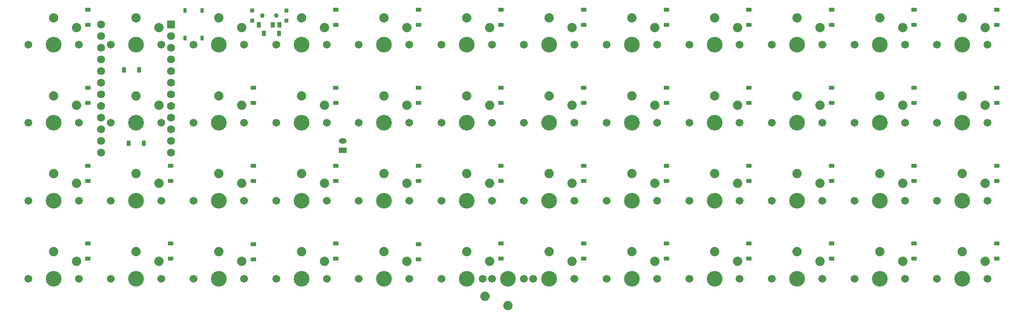
<source format=gbr>
%TF.GenerationSoftware,KiCad,Pcbnew,9.0.3-1.fc42*%
%TF.CreationDate,2025-08-13T23:51:54-04:00*%
%TF.ProjectId,48ish_soldered,34386973-685f-4736-9f6c-64657265642e,v1.0.0*%
%TF.SameCoordinates,Original*%
%TF.FileFunction,Soldermask,Bot*%
%TF.FilePolarity,Negative*%
%FSLAX46Y46*%
G04 Gerber Fmt 4.6, Leading zero omitted, Abs format (unit mm)*
G04 Created by KiCad (PCBNEW 9.0.3-1.fc42) date 2025-08-13 23:51:54*
%MOMM*%
%LPD*%
G01*
G04 APERTURE LIST*
G04 Aperture macros list*
%AMRoundRect*
0 Rectangle with rounded corners*
0 $1 Rounding radius*
0 $2 $3 $4 $5 $6 $7 $8 $9 X,Y pos of 4 corners*
0 Add a 4 corners polygon primitive as box body*
4,1,4,$2,$3,$4,$5,$6,$7,$8,$9,$2,$3,0*
0 Add four circle primitives for the rounded corners*
1,1,$1+$1,$2,$3*
1,1,$1+$1,$4,$5*
1,1,$1+$1,$6,$7*
1,1,$1+$1,$8,$9*
0 Add four rect primitives between the rounded corners*
20,1,$1+$1,$2,$3,$4,$5,0*
20,1,$1+$1,$4,$5,$6,$7,0*
20,1,$1+$1,$6,$7,$8,$9,0*
20,1,$1+$1,$8,$9,$2,$3,0*%
G04 Aperture macros list end*
%ADD10C,2.032000*%
%ADD11C,1.701800*%
%ADD12C,3.429000*%
%ADD13C,1.752600*%
%ADD14R,1.752600X1.752600*%
%ADD15R,0.900000X0.900000*%
%ADD16C,1.000000*%
%ADD17R,0.900000X1.250000*%
%ADD18R,1.700000X1.200000*%
%ADD19O,1.700000X1.200000*%
%ADD20R,0.750000X1.000000*%
%ADD21RoundRect,0.225000X-0.375000X0.225000X-0.375000X-0.225000X0.375000X-0.225000X0.375000X0.225000X0*%
%ADD22RoundRect,0.225000X0.225000X0.375000X-0.225000X0.375000X-0.225000X-0.375000X0.225000X-0.375000X0*%
%ADD23RoundRect,0.225000X-0.225000X-0.375000X0.225000X-0.375000X0.225000X0.375000X-0.225000X0.375000X0*%
G04 APERTURE END LIST*
D10*
%TO.C,S32*%
X126000000Y56900000D03*
X131000000Y54800000D03*
D11*
X131500000Y51000000D03*
D12*
X126000000Y51000000D03*
D11*
X120500000Y51000000D03*
%TD*%
D10*
%TO.C,S25*%
X99000000Y11100000D03*
X94000000Y13200000D03*
D11*
X93500000Y17000000D03*
D12*
X99000000Y17000000D03*
D11*
X104500000Y17000000D03*
%TD*%
D13*
%TO.C,MCU1*%
X10380000Y44530000D03*
X10380000Y47070000D03*
X10380000Y49610000D03*
X10380000Y52150000D03*
X10380000Y54690000D03*
X10380000Y57230000D03*
X10380000Y59770000D03*
X10380000Y62310000D03*
X10380000Y64850000D03*
X10380000Y67390000D03*
X10380000Y69930000D03*
X10380000Y72470000D03*
X25620000Y44530000D03*
X25620000Y47070000D03*
X25620000Y49610000D03*
X25620000Y52150000D03*
X25620000Y54690000D03*
X25620000Y57230000D03*
X25620000Y59770000D03*
X25620000Y62310000D03*
X25620000Y64850000D03*
X25620000Y67390000D03*
X25620000Y69930000D03*
D14*
X25620000Y72470000D03*
%TD*%
D15*
%TO.C,S1*%
X43300000Y75500000D03*
X43300000Y73300000D03*
D16*
X45500000Y74400000D03*
X48500000Y74400000D03*
D15*
X50700000Y75500000D03*
X50700000Y73300000D03*
D17*
X44750000Y72325000D03*
X47750000Y72325000D03*
X49250000Y72325000D03*
%TD*%
D18*
%TO.C,JST1*%
X63000000Y45000000D03*
D19*
X63000000Y47000000D03*
%TD*%
D20*
%TO.C,S2*%
X28625000Y75500000D03*
X28625000Y69500000D03*
X32375000Y75500000D03*
X32375000Y69500000D03*
%TD*%
D11*
%TO.C,S41*%
X156500000Y68000000D03*
D12*
X162000000Y68000000D03*
D11*
X167500000Y68000000D03*
D10*
X167000000Y71800000D03*
X162000000Y73900000D03*
%TD*%
D11*
%TO.C,S29*%
X102500000Y68000000D03*
D12*
X108000000Y68000000D03*
D11*
X113500000Y68000000D03*
D10*
X113000000Y71800000D03*
X108000000Y73900000D03*
%TD*%
D11*
%TO.C,S19*%
X66500000Y51000000D03*
D12*
X72000000Y51000000D03*
D11*
X77500000Y51000000D03*
D10*
X77000000Y54800000D03*
X72000000Y56900000D03*
%TD*%
D11*
%TO.C,S8*%
X12500000Y68000000D03*
D12*
X18000000Y68000000D03*
D11*
X23500000Y68000000D03*
D10*
X23000000Y71800000D03*
X18000000Y73900000D03*
%TD*%
D11*
%TO.C,S44*%
X174500000Y51000000D03*
D12*
X180000000Y51000000D03*
D11*
X185500000Y51000000D03*
D10*
X185000000Y54800000D03*
X180000000Y56900000D03*
%TD*%
D11*
%TO.C,S28*%
X102500000Y51000000D03*
D12*
X108000000Y51000000D03*
D11*
X113500000Y51000000D03*
D10*
X113000000Y54800000D03*
X108000000Y56900000D03*
%TD*%
D11*
%TO.C,S14*%
X48500000Y34000000D03*
D12*
X54000000Y34000000D03*
D11*
X59500000Y34000000D03*
D10*
X59000000Y37800000D03*
X54000000Y39900000D03*
%TD*%
D11*
%TO.C,S2*%
X-5500000Y34000000D03*
D12*
X0Y34000000D03*
D11*
X5500000Y34000000D03*
D10*
X5000000Y37800000D03*
X0Y39900000D03*
%TD*%
D11*
%TO.C,S12*%
X30500000Y68000000D03*
D12*
X36000000Y68000000D03*
D11*
X41500000Y68000000D03*
D10*
X41000000Y71800000D03*
X36000000Y73900000D03*
%TD*%
D11*
%TO.C,S37*%
X138500000Y68000000D03*
D12*
X144000000Y68000000D03*
D11*
X149500000Y68000000D03*
D10*
X149000000Y71800000D03*
X144000000Y73900000D03*
%TD*%
D11*
%TO.C,S20*%
X66500000Y68000000D03*
D12*
X72000000Y68000000D03*
D11*
X77500000Y68000000D03*
D10*
X77000000Y71800000D03*
X72000000Y73900000D03*
%TD*%
D11*
%TO.C,S17*%
X66500000Y17000000D03*
D12*
X72000000Y17000000D03*
D11*
X77500000Y17000000D03*
D10*
X77000000Y20800000D03*
X72000000Y22900000D03*
%TD*%
D11*
%TO.C,S45*%
X174500000Y68000000D03*
D12*
X180000000Y68000000D03*
D11*
X185500000Y68000000D03*
D10*
X185000000Y71800000D03*
X180000000Y73900000D03*
%TD*%
D11*
%TO.C,S15*%
X48500000Y51000000D03*
D12*
X54000000Y51000000D03*
D11*
X59500000Y51000000D03*
D10*
X59000000Y54800000D03*
X54000000Y56900000D03*
%TD*%
D11*
%TO.C,S24*%
X84500000Y68000000D03*
D12*
X90000000Y68000000D03*
D11*
X95500000Y68000000D03*
D10*
X95000000Y71800000D03*
X90000000Y73900000D03*
%TD*%
D11*
%TO.C,S11*%
X30500000Y51000000D03*
D12*
X36000000Y51000000D03*
D11*
X41500000Y51000000D03*
D10*
X41000000Y54800000D03*
X36000000Y56900000D03*
%TD*%
D11*
%TO.C,S27*%
X102500000Y34000000D03*
D12*
X108000000Y34000000D03*
D11*
X113500000Y34000000D03*
D10*
X113000000Y37800000D03*
X108000000Y39900000D03*
%TD*%
D11*
%TO.C,S6*%
X12500000Y34000000D03*
D12*
X18000000Y34000000D03*
D11*
X23500000Y34000000D03*
D10*
X23000000Y37800000D03*
X18000000Y39900000D03*
%TD*%
D11*
%TO.C,S1*%
X-5500000Y17000000D03*
D12*
X0Y17000000D03*
D11*
X5500000Y17000000D03*
D10*
X5000000Y20800000D03*
X0Y22900000D03*
%TD*%
D11*
%TO.C,S31*%
X120500000Y34000000D03*
D12*
X126000000Y34000000D03*
D11*
X131500000Y34000000D03*
D10*
X131000000Y37800000D03*
X126000000Y39900000D03*
%TD*%
D11*
%TO.C,S9*%
X30500000Y17000000D03*
D12*
X36000000Y17000000D03*
D11*
X41500000Y17000000D03*
D10*
X41000000Y20800000D03*
X36000000Y22900000D03*
%TD*%
D11*
%TO.C,S18*%
X66500000Y34000000D03*
D12*
X72000000Y34000000D03*
D11*
X77500000Y34000000D03*
D10*
X77000000Y37800000D03*
X72000000Y39900000D03*
%TD*%
D11*
%TO.C,S34*%
X138500000Y17000000D03*
D12*
X144000000Y17000000D03*
D11*
X149500000Y17000000D03*
D10*
X149000000Y20800000D03*
X144000000Y22900000D03*
%TD*%
D11*
%TO.C,S36*%
X138500000Y51000000D03*
D12*
X144000000Y51000000D03*
D11*
X149500000Y51000000D03*
D10*
X149000000Y54800000D03*
X144000000Y56900000D03*
%TD*%
D11*
%TO.C,S21*%
X84500000Y17000000D03*
D12*
X90000000Y17000000D03*
D11*
X95500000Y17000000D03*
D10*
X95000000Y20800000D03*
X90000000Y22900000D03*
%TD*%
D11*
%TO.C,S13*%
X48500000Y17000000D03*
D12*
X54000000Y17000000D03*
D11*
X59500000Y17000000D03*
D10*
X59000000Y20800000D03*
X54000000Y22900000D03*
%TD*%
D11*
%TO.C,S40*%
X156500000Y51000000D03*
D12*
X162000000Y51000000D03*
D11*
X167500000Y51000000D03*
D10*
X167000000Y54800000D03*
X162000000Y56900000D03*
%TD*%
D11*
%TO.C,S49*%
X192500000Y68000000D03*
D12*
X198000000Y68000000D03*
D11*
X203500000Y68000000D03*
D10*
X203000000Y71800000D03*
X198000000Y73900000D03*
%TD*%
D11*
%TO.C,S43*%
X174500000Y34000000D03*
D12*
X180000000Y34000000D03*
D11*
X185500000Y34000000D03*
D10*
X185000000Y37800000D03*
X180000000Y39900000D03*
%TD*%
D11*
%TO.C,S33*%
X120500000Y68000000D03*
D12*
X126000000Y68000000D03*
D11*
X131500000Y68000000D03*
D10*
X131000000Y71800000D03*
X126000000Y73900000D03*
%TD*%
D11*
%TO.C,S22*%
X84500000Y34000000D03*
D12*
X90000000Y34000000D03*
D11*
X95500000Y34000000D03*
D10*
X95000000Y37800000D03*
X90000000Y39900000D03*
%TD*%
D11*
%TO.C,S39*%
X156500000Y34000000D03*
D12*
X162000000Y34000000D03*
D11*
X167500000Y34000000D03*
D10*
X167000000Y37800000D03*
X162000000Y39900000D03*
%TD*%
D11*
%TO.C,S23*%
X84500000Y51000000D03*
D12*
X90000000Y51000000D03*
D11*
X95500000Y51000000D03*
D10*
X95000000Y54800000D03*
X90000000Y56900000D03*
%TD*%
D11*
%TO.C,S35*%
X138500000Y34000000D03*
D12*
X144000000Y34000000D03*
D11*
X149500000Y34000000D03*
D10*
X149000000Y37800000D03*
X144000000Y39900000D03*
%TD*%
D11*
%TO.C,S16*%
X48500000Y68000000D03*
D12*
X54000000Y68000000D03*
D11*
X59500000Y68000000D03*
D10*
X59000000Y71800000D03*
X54000000Y73900000D03*
%TD*%
D11*
%TO.C,S46*%
X192500000Y17000000D03*
D12*
X198000000Y17000000D03*
D11*
X203500000Y17000000D03*
D10*
X203000000Y20800000D03*
X198000000Y22900000D03*
%TD*%
D11*
%TO.C,S42*%
X174500000Y17000000D03*
D12*
X180000000Y17000000D03*
D11*
X185500000Y17000000D03*
D10*
X185000000Y20800000D03*
X180000000Y22900000D03*
%TD*%
D11*
%TO.C,S38*%
X156500000Y17000000D03*
D12*
X162000000Y17000000D03*
D11*
X167500000Y17000000D03*
D10*
X167000000Y20800000D03*
X162000000Y22900000D03*
%TD*%
D11*
%TO.C,S5*%
X12500000Y17000000D03*
D12*
X18000000Y17000000D03*
D11*
X23500000Y17000000D03*
D10*
X23000000Y20800000D03*
X18000000Y22900000D03*
%TD*%
D11*
%TO.C,S30*%
X120500000Y17000000D03*
D12*
X126000000Y17000000D03*
D11*
X131500000Y17000000D03*
D10*
X131000000Y20800000D03*
X126000000Y22900000D03*
%TD*%
D11*
%TO.C,S7*%
X12500000Y51000000D03*
D12*
X18000000Y51000000D03*
D11*
X23500000Y51000000D03*
D10*
X23000000Y54800000D03*
X18000000Y56900000D03*
%TD*%
D11*
%TO.C,S4*%
X-5500000Y68000000D03*
D12*
X0Y68000000D03*
D11*
X5500000Y68000000D03*
D10*
X5000000Y71800000D03*
X0Y73900000D03*
%TD*%
D11*
%TO.C,S10*%
X30500000Y34000000D03*
D12*
X36000000Y34000000D03*
D11*
X41500000Y34000000D03*
D10*
X41000000Y37800000D03*
X36000000Y39900000D03*
%TD*%
D11*
%TO.C,S48*%
X192500000Y51000000D03*
D12*
X198000000Y51000000D03*
D11*
X203500000Y51000000D03*
D10*
X203000000Y54800000D03*
X198000000Y56900000D03*
%TD*%
D11*
%TO.C,S26*%
X102500000Y17000000D03*
D12*
X108000000Y17000000D03*
D11*
X113500000Y17000000D03*
D10*
X113000000Y20800000D03*
X108000000Y22900000D03*
%TD*%
D11*
%TO.C,S47*%
X192500000Y34000000D03*
D12*
X198000000Y34000000D03*
D11*
X203500000Y34000000D03*
D10*
X203000000Y37800000D03*
X198000000Y39900000D03*
%TD*%
D11*
%TO.C,S3*%
X-5500000Y51000000D03*
D12*
X0Y51000000D03*
D11*
X5500000Y51000000D03*
D10*
X5000000Y54800000D03*
X0Y56900000D03*
%TD*%
D21*
%TO.C,D21*%
X97500000Y24650000D03*
X97500000Y21350000D03*
%TD*%
%TO.C,D23*%
X97500000Y58650000D03*
X97500000Y55350000D03*
%TD*%
%TO.C,D41*%
X169500000Y75650000D03*
X169500000Y72350000D03*
%TD*%
D22*
%TO.C,D12*%
X49150000Y70500000D03*
X45850000Y70500000D03*
%TD*%
D21*
%TO.C,D5*%
X25500000Y24650000D03*
X25500000Y21350000D03*
%TD*%
%TO.C,D42*%
X187500000Y24650000D03*
X187500000Y21350000D03*
%TD*%
%TO.C,D30*%
X133500000Y24650000D03*
X133500000Y21350000D03*
%TD*%
%TO.C,D37*%
X151500000Y75650000D03*
X151500000Y72350000D03*
%TD*%
%TO.C,D4*%
X7500000Y75650000D03*
X7500000Y72350000D03*
%TD*%
%TO.C,D18*%
X79500000Y41650000D03*
X79500000Y38350000D03*
%TD*%
%TO.C,D19*%
X79500000Y58650000D03*
X79500000Y55350000D03*
%TD*%
%TO.C,D10*%
X43500000Y41650000D03*
X43500000Y38350000D03*
%TD*%
%TO.C,D43*%
X187500000Y41650000D03*
X187500000Y38350000D03*
%TD*%
%TO.C,D31*%
X133500000Y41650000D03*
X133500000Y38350000D03*
%TD*%
%TO.C,D45*%
X187500000Y75650000D03*
X187500000Y72350000D03*
%TD*%
%TO.C,D39*%
X169500000Y41650000D03*
X169500000Y38350000D03*
%TD*%
D23*
%TO.C,D8*%
X15350000Y62500000D03*
X18650000Y62500000D03*
%TD*%
D21*
%TO.C,D17*%
X79500000Y24500000D03*
X79500000Y21200000D03*
%TD*%
%TO.C,D2*%
X7500000Y41650000D03*
X7500000Y38350000D03*
%TD*%
%TO.C,D33*%
X133500000Y75650000D03*
X133500000Y72350000D03*
%TD*%
%TO.C,D20*%
X79500000Y75650000D03*
X79500000Y72350000D03*
%TD*%
%TO.C,D49*%
X205500000Y75650000D03*
X205500000Y72350000D03*
%TD*%
%TO.C,D11*%
X43500000Y58650000D03*
X43500000Y55350000D03*
%TD*%
%TO.C,D36*%
X151500000Y58650000D03*
X151500000Y55350000D03*
%TD*%
%TO.C,D35*%
X151500000Y41650000D03*
X151500000Y38350000D03*
%TD*%
%TO.C,D3*%
X7500000Y58650000D03*
X7500000Y55350000D03*
%TD*%
%TO.C,D27*%
X115500000Y41650000D03*
X115500000Y38350000D03*
%TD*%
%TO.C,D22*%
X97500000Y41650000D03*
X97500000Y38350000D03*
%TD*%
D23*
%TO.C,D7*%
X16350000Y46500000D03*
X19650000Y46500000D03*
%TD*%
D21*
%TO.C,D13*%
X61500000Y24650000D03*
X61500000Y21350000D03*
%TD*%
%TO.C,D26*%
X115500000Y24650000D03*
X115500000Y21350000D03*
%TD*%
%TO.C,D6*%
X25500000Y41650000D03*
X25500000Y38350000D03*
%TD*%
%TO.C,D1*%
X7500000Y24650000D03*
X7500000Y21350000D03*
%TD*%
%TO.C,D47*%
X205500000Y41650000D03*
X205500000Y38350000D03*
%TD*%
%TO.C,D16*%
X61500000Y75650000D03*
X61500000Y72350000D03*
%TD*%
%TO.C,D44*%
X187500000Y58650000D03*
X187500000Y55350000D03*
%TD*%
%TO.C,D24*%
X97500000Y75650000D03*
X97500000Y72350000D03*
%TD*%
%TO.C,D40*%
X169500000Y58650000D03*
X169500000Y55350000D03*
%TD*%
%TO.C,D9*%
X43500000Y24500000D03*
X43500000Y21200000D03*
%TD*%
%TO.C,D28*%
X115500000Y58650000D03*
X115500000Y55350000D03*
%TD*%
%TO.C,D34*%
X151500000Y24650000D03*
X151500000Y21350000D03*
%TD*%
%TO.C,D46*%
X205500000Y24650000D03*
X205500000Y21350000D03*
%TD*%
%TO.C,D32*%
X133500000Y58650000D03*
X133500000Y55350000D03*
%TD*%
%TO.C,D15*%
X61500000Y58650000D03*
X61500000Y55350000D03*
%TD*%
%TO.C,D29*%
X115500000Y75650000D03*
X115500000Y72350000D03*
%TD*%
%TO.C,D48*%
X205500000Y58650000D03*
X205500000Y55350000D03*
%TD*%
%TO.C,D38*%
X169500000Y24650000D03*
X169500000Y21350000D03*
%TD*%
%TO.C,D14*%
X61500000Y41650000D03*
X61500000Y38350000D03*
%TD*%
M02*

</source>
